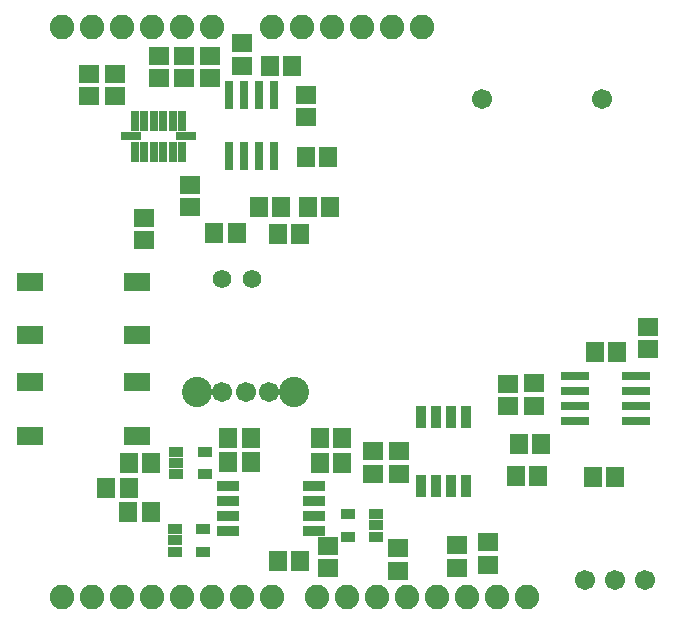
<source format=gts>
G75*
G70*
%OFA0B0*%
%FSLAX25Y25*%
%IPPOS*%
%LPD*%
%AMOC8*
5,1,8,0,0,1.08239X$1,22.5*
%
%ADD10R,0.05918X0.06706*%
%ADD11R,0.06706X0.05918*%
%ADD12R,0.03162X0.09461*%
%ADD13C,0.08200*%
%ADD14R,0.03162X0.06706*%
%ADD15R,0.06706X0.03162*%
%ADD16R,0.03800X0.07300*%
%ADD17R,0.09461X0.03162*%
%ADD18R,0.07493X0.03359*%
%ADD19R,0.04737X0.03556*%
%ADD20C,0.06700*%
%ADD21C,0.06200*%
%ADD22R,0.09068X0.06312*%
%ADD23C,0.10100*%
D10*
X0068830Y0050014D03*
X0076310Y0050014D03*
X0068910Y0058214D03*
X0061430Y0058214D03*
X0068930Y0066514D03*
X0076410Y0066514D03*
X0102230Y0066614D03*
X0109710Y0066614D03*
X0109710Y0074814D03*
X0102230Y0074814D03*
X0132630Y0074814D03*
X0140110Y0074814D03*
X0140110Y0066414D03*
X0132630Y0066414D03*
X0126110Y0033814D03*
X0118630Y0033814D03*
X0198030Y0062014D03*
X0205510Y0062014D03*
X0206410Y0072814D03*
X0198930Y0072814D03*
X0223630Y0061714D03*
X0231110Y0061714D03*
X0231860Y0103514D03*
X0224380Y0103514D03*
X0136110Y0151614D03*
X0128630Y0151614D03*
X0119760Y0151614D03*
X0112280Y0151614D03*
X0118730Y0142714D03*
X0126210Y0142714D03*
X0105010Y0143014D03*
X0097530Y0143014D03*
X0127930Y0168314D03*
X0135410Y0168314D03*
X0123510Y0198814D03*
X0116030Y0198814D03*
D11*
X0106770Y0198874D03*
X0106770Y0206354D03*
X0095970Y0202154D03*
X0095970Y0194674D03*
X0087370Y0194674D03*
X0078970Y0194674D03*
X0078970Y0202154D03*
X0087370Y0202154D03*
X0064370Y0196154D03*
X0055770Y0196154D03*
X0055770Y0188674D03*
X0064370Y0188674D03*
X0089570Y0159104D03*
X0089570Y0151624D03*
X0073920Y0148104D03*
X0073920Y0140624D03*
X0128020Y0181624D03*
X0128020Y0189104D03*
X0241920Y0111854D03*
X0241920Y0104374D03*
X0203970Y0092954D03*
X0195520Y0092904D03*
X0195520Y0085424D03*
X0203970Y0085474D03*
X0158970Y0070354D03*
X0150570Y0070354D03*
X0150570Y0062874D03*
X0158970Y0062874D03*
X0188870Y0039954D03*
X0188870Y0032474D03*
X0178270Y0031574D03*
X0178270Y0039054D03*
X0158670Y0037954D03*
X0158670Y0030474D03*
X0135570Y0031274D03*
X0135570Y0038754D03*
D12*
X0117370Y0168728D03*
X0112370Y0168728D03*
X0107370Y0168728D03*
X0102370Y0168728D03*
X0102370Y0189200D03*
X0107370Y0189200D03*
X0112370Y0189200D03*
X0117370Y0189200D03*
D13*
X0046770Y0021814D03*
X0056770Y0021814D03*
X0066770Y0021814D03*
X0076770Y0021814D03*
X0086770Y0021814D03*
X0096770Y0021814D03*
X0106770Y0021814D03*
X0116770Y0021814D03*
X0131770Y0021814D03*
X0141770Y0021814D03*
X0151770Y0021814D03*
X0161770Y0021814D03*
X0171770Y0021814D03*
X0181770Y0021814D03*
X0191770Y0021814D03*
X0201770Y0021814D03*
X0166770Y0211814D03*
X0156770Y0211814D03*
X0146770Y0211814D03*
X0136770Y0211814D03*
X0126770Y0211814D03*
X0116770Y0211814D03*
X0096770Y0211814D03*
X0086770Y0211814D03*
X0076770Y0211814D03*
X0066770Y0211814D03*
X0056770Y0211814D03*
X0046770Y0211814D03*
D14*
X0070996Y0180432D03*
X0074146Y0180432D03*
X0077295Y0180432D03*
X0080445Y0180432D03*
X0083594Y0180432D03*
X0086744Y0180432D03*
X0086744Y0170196D03*
X0083594Y0170196D03*
X0080445Y0170196D03*
X0077295Y0170196D03*
X0074146Y0170196D03*
X0070996Y0170196D03*
D15*
X0069815Y0175314D03*
X0087925Y0175314D03*
D16*
X0166370Y0081664D03*
X0171370Y0081664D03*
X0176370Y0081664D03*
X0181370Y0081664D03*
X0181370Y0058664D03*
X0176370Y0058664D03*
X0171370Y0058664D03*
X0166370Y0058664D03*
D17*
X0217634Y0080514D03*
X0217634Y0085514D03*
X0217634Y0090514D03*
X0217634Y0095514D03*
X0238106Y0095514D03*
X0238106Y0090514D03*
X0238106Y0085514D03*
X0238106Y0080514D03*
D18*
X0130890Y0058764D03*
X0130890Y0053764D03*
X0130890Y0048764D03*
X0130890Y0043764D03*
X0102150Y0043764D03*
X0102150Y0048764D03*
X0102150Y0053764D03*
X0102150Y0058764D03*
D19*
X0094294Y0062774D03*
X0084846Y0062774D03*
X0084846Y0066514D03*
X0084846Y0070254D03*
X0094294Y0070254D03*
X0093894Y0044354D03*
X0084446Y0044354D03*
X0084446Y0040614D03*
X0084446Y0036874D03*
X0093894Y0036874D03*
X0142046Y0041874D03*
X0151494Y0041874D03*
X0151494Y0045614D03*
X0151494Y0049354D03*
X0142046Y0049354D03*
D20*
X0115870Y0090014D03*
X0107970Y0090014D03*
X0100070Y0090014D03*
X0221170Y0027414D03*
X0231170Y0027414D03*
X0241170Y0027414D03*
X0226670Y0187914D03*
X0186670Y0187914D03*
D21*
X0110070Y0127666D03*
X0100070Y0127666D03*
D22*
X0071783Y0126672D03*
X0071783Y0108956D03*
X0071883Y0093272D03*
X0071883Y0075556D03*
X0036057Y0075556D03*
X0036057Y0093272D03*
X0035957Y0108956D03*
X0035957Y0126672D03*
D23*
X0091770Y0090014D03*
X0124170Y0090014D03*
M02*

</source>
